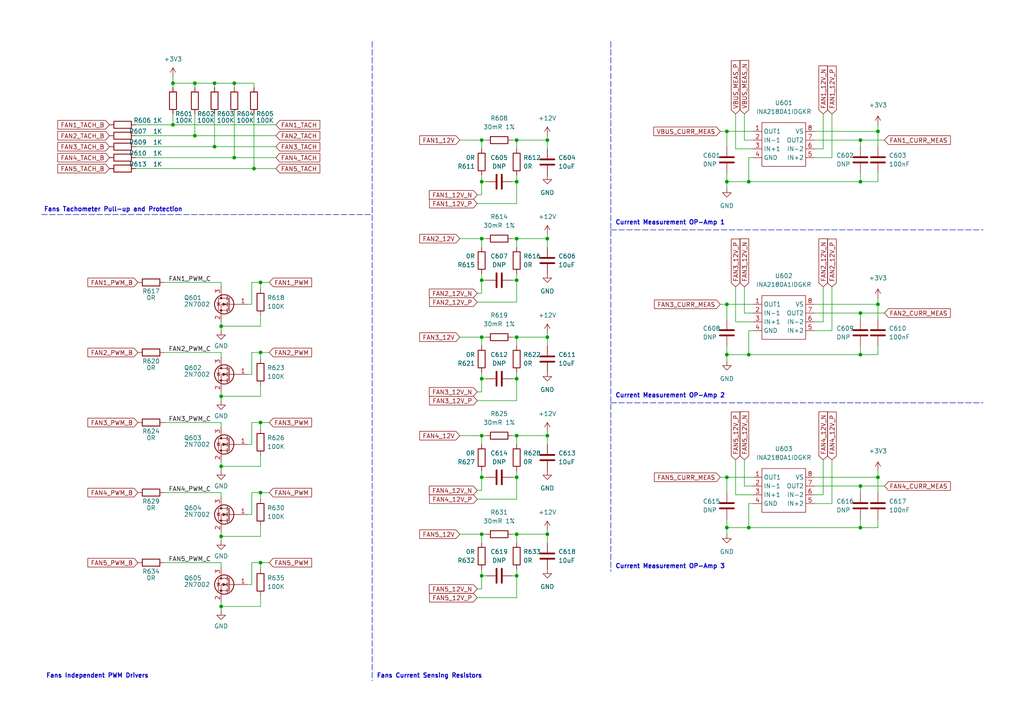
<source format=kicad_sch>
(kicad_sch (version 20211123) (generator eeschema)
  (paper "A4")
  (lib_symbols
    (symbol "Device:C" (pin_numbers hide) (pin_names (offset 0.254))
      (property "Reference" "C" (at 0.635 2.54 0))
      (property "Value" "C" (at 0.635 -2.54 0))
      (symbol "C_0_1"
        (polyline (pts (xy -2.032 -0.762) (xy 2.032 -0.762)) (stroke (width 0.508)))
        (polyline (pts (xy -2.032 0.762) (xy 2.032 0.762)) (stroke (width 0.508)))
      )
      (symbol "C_1_1"
        (pin passive line (at 0 3.81 270) (length 2.794) (name "~") (number "1"))
        (pin passive line (at 0 -3.81 90) (length 2.794) (name "~") (number "2"))
      )
    )
    (symbol "Device:Q_NMOS_GSD" (pin_names (offset 0) hide)
      (property "Reference" "Q" (at 5.08 1.27 0))
      (property "Value" "Q_NMOS_GSD" (at 5.08 -1.27 0))
      (symbol "Q_NMOS_GSD_0_1"
        (polyline (pts (xy 0.254 0) (xy -2.54 0)))
        (polyline (pts (xy 0.254 1.905) (xy 0.254 -1.905)) (stroke (width 0.254)))
        (polyline (pts (xy 0.762 -1.27) (xy 0.762 -2.286)) (stroke (width 0.254)))
        (polyline (pts (xy 0.762 0.508) (xy 0.762 -0.508)) (stroke (width 0.254)))
        (polyline (pts (xy 0.762 2.286) (xy 0.762 1.27)) (stroke (width 0.254)))
        (polyline (pts (xy 2.54 2.54) (xy 2.54 1.778)))
        (polyline (pts (xy 2.54 -2.54) (xy 2.54 0) (xy 0.762 0)))
        (polyline (pts (xy 0.762 -1.778) (xy 3.302 -1.778) (xy 3.302 1.778) (xy 0.762 1.778)))
        (polyline (pts (xy 1.016 0) (xy 2.032 0.381) (xy 2.032 -0.381) (xy 1.016 0)) (fill (type outline)))
        (polyline (pts (xy 2.794 0.508) (xy 2.921 0.381) (xy 3.683 0.381) (xy 3.81 0.254)))
        (polyline (pts (xy 3.302 0.381) (xy 2.921 -0.254) (xy 3.683 -0.254) (xy 3.302 0.381)))
        (circle (center 1.651 0) (radius 2.794) (stroke (width 0.254)))
        (circle (center 2.54 -1.778) (radius 0.254) (fill (type outline)))
        (circle (center 2.54 1.778) (radius 0.254) (fill (type outline)))
      )
      (symbol "Q_NMOS_GSD_1_1"
        (pin input line (at -5.08 0 0) (length 2.54) (name "G") (number "1"))
        (pin passive line (at 2.54 -5.08 90) (length 2.54) (name "S") (number "2"))
        (pin passive line (at 2.54 5.08 270) (length 2.54) (name "D") (number "3"))
      )
    )
    (symbol "Device:R" (pin_numbers hide) (pin_names (offset 0))
      (property "Reference" "R" (at 2.032 0 90))
      (property "Value" "R" (at 0 0 90))
      (symbol "R_0_1"
        (rectangle (start -1.016 -2.54) (end 1.016 2.54) (stroke (width 0.254)))
      )
      (symbol "R_1_1"
        (pin passive line (at 0 3.81 270) (length 1.27) (name "~") (number "1"))
        (pin passive line (at 0 -3.81 90) (length 1.27) (name "~") (number "2"))
      )
    )
    (symbol "fancontroller:INA2180A1IDGKR"
      (property "Reference" "U" (at 0 -11.43 0))
      (property "Value" "INA2180A1IDGKR" (at 0 -8.89 0))
      (property "LCSC" "C2058454" (at 0 -19.05 0))
      (symbol "INA2180A1IDGKR_0_1"
        (rectangle (start -6.35 6.35) (end 6.35 -6.35))
      )
      (symbol "INA2180A1IDGKR_1_1"
        (pin output line (at -8.89 3.81 0) (length 2.54) (name "OUT1") (number "1"))
        (pin input line (at -8.89 1.27 0) (length 2.54) (name "IN-1") (number "2"))
        (pin input line (at -8.89 -1.27 0) (length 2.54) (name "IN+1") (number "3"))
        (pin power_out line (at -8.89 -3.81 0) (length 2.54) (name "GND") (number "4"))
        (pin input line (at 8.89 -3.81 180) (length 2.54) (name "IN+2") (number "5"))
        (pin input line (at 8.89 -1.27 180) (length 2.54) (name "IN-2") (number "6"))
        (pin output line (at 8.89 1.27 180) (length 2.54) (name "OUT2") (number "7"))
        (pin power_in line (at 8.89 3.81 180) (length 2.54) (name "VS") (number "8"))
      )
    )
    (symbol "power:+12V" (power) (pin_names (offset 0))
      (property "Value" "+12V" (at 0 3.556 0))
      (symbol "+12V_0_1"
        (polyline (pts (xy -0.762 1.27) (xy 0 2.54)))
        (polyline (pts (xy 0 0) (xy 0 2.54)))
        (polyline (pts (xy 0 2.54) (xy 0.762 1.27)))
      )
      (symbol "+12V_1_1"
        (pin power_in line (at 0 0 90) (length 0) hide (name "+12V") (number "1"))
      )
    )
    (symbol "power:+3V3" (power) (pin_names (offset 0))
      (property "Value" "+3V3" (at 0 3.556 0))
      (symbol "+3V3_0_1"
        (polyline (pts (xy -0.762 1.27) (xy 0 2.54)))
        (polyline (pts (xy 0 0) (xy 0 2.54)))
        (polyline (pts (xy 0 2.54) (xy 0.762 1.27)))
      )
      (symbol "+3V3_1_1"
        (pin power_in line (at 0 0 90) (length 0) hide (name "+3V3") (number "1"))
      )
    )
    (symbol "power:GND" (power) (pin_names (offset 0))
      (property "Value" "GND" (at 0 -3.81 0))
      (symbol "GND_0_1"
        (polyline (pts (xy 0 0) (xy 0 -1.27) (xy 1.27 -1.27) (xy 0 -2.54) (xy -1.27 -1.27) (xy 0 -1.27)))
      )
      (symbol "GND_1_1"
        (pin power_in line (at 0 0 270) (length 0) hide (name "GND") (number "1"))
      )
    )
  )
  (junction (at 139.7 69.215))
  (junction (at 249.555 90.805))
  (junction (at 158.75 126.365))
  (junction (at 254.635 88.265))
  (junction (at 210.82 38.1))
  (junction (at 64.135 135.255))
  (junction (at 217.17 153.035))
  (junction (at 149.86 154.94))
  (junction (at 64.135 155.575))
  (junction (at 249.555 40.64))
  (junction (at 64.135 114.935))
  (junction (at 249.555 140.97))
  (junction (at 158.75 40.64))
  (junction (at 67.945 45.72))
  (junction (at 139.7 167.005))
  (junction (at 210.82 138.43))
  (junction (at 56.515 39.37))
  (junction (at 139.7 154.94))
  (junction (at 50.165 24.13))
  (junction (at 139.7 52.705))
  (junction (at 254.635 38.1))
  (junction (at 64.135 175.895))
  (junction (at 158.75 154.94))
  (junction (at 75.565 81.915))
  (junction (at 139.7 40.64))
  (junction (at 75.565 142.875))
  (junction (at 139.7 126.365))
  (junction (at 56.515 24.13))
  (junction (at 75.565 122.555))
  (junction (at 67.945 24.13))
  (junction (at 50.165 36.195))
  (junction (at 158.75 97.79))
  (junction (at 149.86 109.855))
  (junction (at 139.7 138.43))
  (junction (at 210.82 153.035))
  (junction (at 210.82 88.265))
  (junction (at 249.555 102.87))
  (junction (at 210.82 52.705))
  (junction (at 210.82 102.87))
  (junction (at 149.86 138.43))
  (junction (at 139.7 97.79))
  (junction (at 62.23 42.545))
  (junction (at 73.66 48.895))
  (junction (at 149.86 97.79))
  (junction (at 149.86 126.365))
  (junction (at 158.75 69.215))
  (junction (at 149.86 81.28))
  (junction (at 139.7 81.28))
  (junction (at 139.7 109.855))
  (junction (at 249.555 153.035))
  (junction (at 217.17 102.87))
  (junction (at 217.17 52.705))
  (junction (at 149.86 52.705))
  (junction (at 62.23 24.13))
  (junction (at 149.86 167.005))
  (junction (at 75.565 102.235))
  (junction (at 149.86 69.215))
  (junction (at 249.555 52.705))
  (junction (at 64.135 94.615))
  (junction (at 149.86 40.64))
  (junction (at 75.565 163.195))
  (junction (at 254.635 138.43))
  (wire (pts (xy 75.565 122.555) (xy 75.565 124.46)))
  (wire (pts (xy 75.565 135.255) (xy 75.565 132.08)))
  (wire (pts (xy 254.635 38.1) (xy 254.635 42.545)))
  (wire (pts (xy 39.37 42.545) (xy 62.23 42.545)))
  (wire (pts (xy 217.17 102.87) (xy 249.555 102.87)))
  (wire (pts (xy 148.59 138.43) (xy 149.86 138.43)))
  (wire (pts (xy 249.555 50.165) (xy 249.555 52.705)))
  (wire (pts (xy 67.945 45.72) (xy 80.01 45.72)))
  (wire (pts (xy 139.7 52.705) (xy 139.7 56.515)))
  (wire (pts (xy 56.515 33.02) (xy 56.515 39.37)))
  (wire (pts (xy 71.755 149.225) (xy 73.025 149.225)))
  (wire (pts (xy 64.135 174.625) (xy 64.135 175.895)))
  (wire (pts (xy 139.7 136.525) (xy 139.7 138.43)))
  (wire (pts (xy 215.9 83.185) (xy 215.9 90.805)))
  (wire (pts (xy 236.22 146.05) (xy 241.3 146.05)))
  (wire (pts (xy 47.625 102.235) (xy 64.135 102.235)))
  (wire (pts (xy 62.23 33.02) (xy 62.23 42.545)))
  (wire (pts (xy 148.59 109.855) (xy 149.86 109.855)))
  (wire (pts (xy 236.22 88.265) (xy 254.635 88.265)))
  (wire (pts (xy 73.025 128.905) (xy 73.025 122.555)))
  (wire (pts (xy 139.7 109.855) (xy 140.97 109.855)))
  (wire (pts (xy 236.22 138.43) (xy 254.635 138.43)))
  (wire (pts (xy 249.555 102.87) (xy 254.635 102.87)))
  (wire (pts (xy 148.59 167.005) (xy 149.86 167.005)))
  (wire (pts (xy 213.36 133.35) (xy 213.36 143.51)))
  (wire (pts (xy 73.025 163.195) (xy 75.565 163.195)))
  (wire (pts (xy 236.22 140.97) (xy 249.555 140.97)))
  (wire (pts (xy 71.755 108.585) (xy 73.025 108.585)))
  (wire (pts (xy 139.7 138.43) (xy 140.97 138.43)))
  (wire (pts (xy 241.3 146.05) (xy 241.3 133.35)))
  (wire (pts (xy 56.515 24.13) (xy 62.23 24.13)))
  (wire (pts (xy 50.165 36.195) (xy 80.01 36.195)))
  (wire (pts (xy 75.565 142.875) (xy 75.565 144.78)))
  (wire (pts (xy 50.165 22.225) (xy 50.165 24.13)))
  (wire (pts (xy 139.7 138.43) (xy 139.7 142.24)))
  (wire (pts (xy 249.555 100.33) (xy 249.555 102.87)))
  (wire (pts (xy 39.37 45.72) (xy 67.945 45.72)))
  (wire (pts (xy 139.7 126.365) (xy 139.7 128.905)))
  (wire (pts (xy 217.17 95.885) (xy 217.17 102.87)))
  (wire (pts (xy 50.165 33.02) (xy 50.165 36.195)))
  (wire (pts (xy 241.3 45.72) (xy 241.3 33.02)))
  (wire (pts (xy 75.565 102.235) (xy 75.565 104.14)))
  (wire (pts (xy 148.59 126.365) (xy 149.86 126.365)))
  (wire (pts (xy 254.635 138.43) (xy 254.635 142.875)))
  (wire (pts (xy 133.35 154.94) (xy 139.7 154.94)))
  (wire (pts (xy 213.36 83.185) (xy 213.36 93.345)))
  (wire (pts (xy 139.7 107.95) (xy 139.7 109.855)))
  (wire (pts (xy 249.555 90.805) (xy 249.555 92.71)))
  (wire (pts (xy 208.915 38.1) (xy 210.82 38.1)))
  (wire (pts (xy 249.555 153.035) (xy 254.635 153.035)))
  (wire (pts (xy 73.025 122.555) (xy 75.565 122.555)))
  (wire (pts (xy 75.565 175.895) (xy 75.565 172.72)))
  (wire (pts (xy 138.43 170.815) (xy 139.7 170.815)))
  (wire (pts (xy 39.37 39.37) (xy 56.515 39.37)))
  (wire (pts (xy 249.555 52.705) (xy 254.635 52.705)))
  (wire (pts (xy 73.025 142.875) (xy 75.565 142.875)))
  (wire (pts (xy 138.43 116.205) (xy 149.86 116.205)))
  (wire (pts (xy 249.555 40.64) (xy 249.555 42.545)))
  (wire (pts (xy 158.75 39.37) (xy 158.75 40.64)))
  (wire (pts (xy 64.135 113.665) (xy 64.135 114.935)))
  (wire (pts (xy 73.025 81.915) (xy 75.565 81.915)))
  (wire (pts (xy 138.43 87.63) (xy 149.86 87.63)))
  (wire (pts (xy 56.515 39.37) (xy 80.01 39.37)))
  (wire (pts (xy 39.37 48.895) (xy 73.66 48.895)))
  (wire (pts (xy 71.755 128.905) (xy 73.025 128.905)))
  (wire (pts (xy 210.82 102.87) (xy 210.82 104.775)))
  (wire (pts (xy 75.565 142.875) (xy 78.105 142.875)))
  (wire (pts (xy 254.635 86.36) (xy 254.635 88.265)))
  (wire (pts (xy 133.35 126.365) (xy 139.7 126.365)))
  (wire (pts (xy 47.625 122.555) (xy 64.135 122.555)))
  (wire (pts (xy 210.82 88.265) (xy 210.82 92.71)))
  (wire (pts (xy 139.7 81.28) (xy 139.7 85.09)))
  (wire (pts (xy 64.135 114.935) (xy 64.135 116.205)))
  (polyline (pts (xy 177.165 12.065) (xy 177.165 165.735)))
  (wire (pts (xy 47.625 81.915) (xy 64.135 81.915)))
  (wire (pts (xy 138.43 59.055) (xy 149.86 59.055)))
  (wire (pts (xy 64.135 81.915) (xy 64.135 83.185)))
  (wire (pts (xy 149.86 107.95) (xy 149.86 109.855)))
  (wire (pts (xy 236.22 45.72) (xy 241.3 45.72)))
  (wire (pts (xy 56.515 24.13) (xy 56.515 25.4)))
  (wire (pts (xy 139.7 109.855) (xy 139.7 113.665)))
  (wire (pts (xy 217.17 45.72) (xy 217.17 52.705)))
  (wire (pts (xy 210.82 38.1) (xy 210.82 42.545)))
  (wire (pts (xy 133.35 97.79) (xy 139.7 97.79)))
  (wire (pts (xy 64.135 122.555) (xy 64.135 123.825)))
  (wire (pts (xy 158.75 97.79) (xy 158.75 100.33)))
  (wire (pts (xy 217.17 52.705) (xy 249.555 52.705)))
  (polyline (pts (xy 12.065 62.23) (xy 107.95 62.23)))
  (wire (pts (xy 149.86 138.43) (xy 149.86 144.78)))
  (wire (pts (xy 149.86 136.525) (xy 149.86 138.43)))
  (wire (pts (xy 213.36 93.345) (xy 218.44 93.345)))
  (wire (pts (xy 236.22 38.1) (xy 254.635 38.1)))
  (wire (pts (xy 254.635 50.165) (xy 254.635 52.705)))
  (wire (pts (xy 149.86 154.94) (xy 158.75 154.94)))
  (wire (pts (xy 64.135 175.895) (xy 64.135 177.165)))
  (wire (pts (xy 149.86 52.705) (xy 149.86 59.055)))
  (wire (pts (xy 138.43 144.78) (xy 149.86 144.78)))
  (wire (pts (xy 50.165 24.13) (xy 56.515 24.13)))
  (wire (pts (xy 254.635 36.195) (xy 254.635 38.1)))
  (wire (pts (xy 64.135 135.255) (xy 75.565 135.255)))
  (wire (pts (xy 138.43 113.665) (xy 139.7 113.665)))
  (wire (pts (xy 158.75 125.095) (xy 158.75 126.365)))
  (wire (pts (xy 217.17 45.72) (xy 218.44 45.72)))
  (wire (pts (xy 158.75 40.64) (xy 158.75 43.18)))
  (wire (pts (xy 217.17 95.885) (xy 218.44 95.885)))
  (wire (pts (xy 64.135 155.575) (xy 75.565 155.575)))
  (wire (pts (xy 158.75 69.215) (xy 158.75 71.755)))
  (wire (pts (xy 148.59 69.215) (xy 149.86 69.215)))
  (wire (pts (xy 217.17 146.05) (xy 218.44 146.05)))
  (wire (pts (xy 210.82 102.87) (xy 217.17 102.87)))
  (polyline (pts (xy 107.95 12.065) (xy 107.95 197.485)))
  (wire (pts (xy 133.35 69.215) (xy 139.7 69.215)))
  (polyline (pts (xy 177.165 116.84) (xy 285.115 116.84)))
  (wire (pts (xy 149.86 40.64) (xy 158.75 40.64)))
  (wire (pts (xy 210.82 153.035) (xy 217.17 153.035)))
  (wire (pts (xy 215.9 33.02) (xy 215.9 40.64)))
  (wire (pts (xy 210.82 153.035) (xy 210.82 154.94)))
  (wire (pts (xy 139.7 69.215) (xy 140.97 69.215)))
  (wire (pts (xy 149.86 165.1) (xy 149.86 167.005)))
  (wire (pts (xy 73.025 108.585) (xy 73.025 102.235)))
  (wire (pts (xy 213.36 33.02) (xy 213.36 43.18)))
  (wire (pts (xy 64.135 94.615) (xy 64.135 95.885)))
  (wire (pts (xy 64.135 155.575) (xy 64.135 156.845)))
  (wire (pts (xy 249.555 140.97) (xy 249.555 142.875)))
  (wire (pts (xy 148.59 81.28) (xy 149.86 81.28)))
  (wire (pts (xy 254.635 100.33) (xy 254.635 102.87)))
  (wire (pts (xy 75.565 102.235) (xy 78.105 102.235)))
  (wire (pts (xy 75.565 114.935) (xy 75.565 111.76)))
  (wire (pts (xy 158.75 154.94) (xy 158.75 157.48)))
  (wire (pts (xy 249.555 40.64) (xy 256.54 40.64)))
  (wire (pts (xy 64.135 114.935) (xy 75.565 114.935)))
  (wire (pts (xy 75.565 81.915) (xy 75.565 83.82)))
  (wire (pts (xy 149.86 69.215) (xy 158.75 69.215)))
  (wire (pts (xy 71.755 169.545) (xy 73.025 169.545)))
  (wire (pts (xy 158.75 126.365) (xy 158.75 128.905)))
  (wire (pts (xy 139.7 69.215) (xy 139.7 71.755)))
  (wire (pts (xy 149.86 97.79) (xy 158.75 97.79)))
  (wire (pts (xy 139.7 81.28) (xy 140.97 81.28)))
  (wire (pts (xy 62.23 24.13) (xy 62.23 25.4)))
  (wire (pts (xy 149.86 126.365) (xy 158.75 126.365)))
  (wire (pts (xy 210.82 100.33) (xy 210.82 102.87)))
  (wire (pts (xy 73.66 48.895) (xy 80.01 48.895)))
  (wire (pts (xy 75.565 155.575) (xy 75.565 152.4)))
  (wire (pts (xy 149.86 97.79) (xy 149.86 100.33)))
  (wire (pts (xy 39.37 36.195) (xy 50.165 36.195)))
  (wire (pts (xy 139.7 167.005) (xy 139.7 170.815)))
  (wire (pts (xy 254.635 136.525) (xy 254.635 138.43)))
  (wire (pts (xy 215.9 90.805) (xy 218.44 90.805)))
  (wire (pts (xy 249.555 140.97) (xy 256.54 140.97)))
  (wire (pts (xy 215.9 140.97) (xy 218.44 140.97)))
  (wire (pts (xy 139.7 79.375) (xy 139.7 81.28)))
  (wire (pts (xy 73.025 149.225) (xy 73.025 142.875)))
  (wire (pts (xy 238.76 43.18) (xy 238.76 33.02)))
  (wire (pts (xy 139.7 165.1) (xy 139.7 167.005)))
  (wire (pts (xy 158.75 67.945) (xy 158.75 69.215)))
  (wire (pts (xy 210.82 88.265) (xy 218.44 88.265)))
  (wire (pts (xy 148.59 40.64) (xy 149.86 40.64)))
  (wire (pts (xy 241.3 95.885) (xy 241.3 83.185)))
  (wire (pts (xy 213.36 43.18) (xy 218.44 43.18)))
  (wire (pts (xy 75.565 94.615) (xy 75.565 91.44)))
  (wire (pts (xy 158.75 153.67) (xy 158.75 154.94)))
  (wire (pts (xy 73.66 33.02) (xy 73.66 48.895)))
  (wire (pts (xy 213.36 143.51) (xy 218.44 143.51)))
  (wire (pts (xy 210.82 52.705) (xy 210.82 54.61)))
  (wire (pts (xy 73.025 102.235) (xy 75.565 102.235)))
  (wire (pts (xy 149.86 40.64) (xy 149.86 43.18)))
  (wire (pts (xy 64.135 163.195) (xy 64.135 164.465)))
  (wire (pts (xy 149.86 167.005) (xy 149.86 173.355)))
  (wire (pts (xy 149.86 50.8) (xy 149.86 52.705)))
  (wire (pts (xy 210.82 138.43) (xy 218.44 138.43)))
  (wire (pts (xy 67.945 24.13) (xy 73.66 24.13)))
  (wire (pts (xy 215.9 133.35) (xy 215.9 140.97)))
  (wire (pts (xy 149.86 79.375) (xy 149.86 81.28)))
  (wire (pts (xy 138.43 85.09) (xy 139.7 85.09)))
  (wire (pts (xy 47.625 163.195) (xy 64.135 163.195)))
  (wire (pts (xy 139.7 126.365) (xy 140.97 126.365)))
  (wire (pts (xy 238.76 93.345) (xy 238.76 83.185)))
  (wire (pts (xy 210.82 52.705) (xy 217.17 52.705)))
  (wire (pts (xy 71.755 88.265) (xy 73.025 88.265)))
  (wire (pts (xy 148.59 97.79) (xy 149.86 97.79)))
  (wire (pts (xy 236.22 143.51) (xy 238.76 143.51)))
  (wire (pts (xy 64.135 175.895) (xy 75.565 175.895)))
  (wire (pts (xy 64.135 102.235) (xy 64.135 103.505)))
  (wire (pts (xy 62.23 42.545) (xy 80.01 42.545)))
  (wire (pts (xy 249.555 150.495) (xy 249.555 153.035)))
  (wire (pts (xy 139.7 40.64) (xy 139.7 43.18)))
  (wire (pts (xy 210.82 38.1) (xy 218.44 38.1)))
  (wire (pts (xy 73.025 88.265) (xy 73.025 81.915)))
  (wire (pts (xy 73.66 24.13) (xy 73.66 25.4)))
  (wire (pts (xy 149.86 154.94) (xy 149.86 157.48)))
  (wire (pts (xy 75.565 163.195) (xy 78.105 163.195)))
  (wire (pts (xy 236.22 40.64) (xy 249.555 40.64)))
  (wire (pts (xy 62.23 24.13) (xy 67.945 24.13)))
  (wire (pts (xy 64.135 135.255) (xy 64.135 136.525)))
  (wire (pts (xy 249.555 90.805) (xy 256.54 90.805)))
  (wire (pts (xy 149.86 69.215) (xy 149.86 71.755)))
  (wire (pts (xy 139.7 154.94) (xy 139.7 157.48)))
  (wire (pts (xy 254.635 150.495) (xy 254.635 153.035)))
  (wire (pts (xy 149.86 81.28) (xy 149.86 87.63)))
  (wire (pts (xy 238.76 143.51) (xy 238.76 133.35)))
  (wire (pts (xy 133.35 40.64) (xy 139.7 40.64)))
  (wire (pts (xy 67.945 24.13) (xy 67.945 25.4)))
  (wire (pts (xy 139.7 97.79) (xy 140.97 97.79)))
  (wire (pts (xy 236.22 93.345) (xy 238.76 93.345)))
  (wire (pts (xy 139.7 154.94) (xy 140.97 154.94)))
  (wire (pts (xy 138.43 173.355) (xy 149.86 173.355)))
  (wire (pts (xy 236.22 95.885) (xy 241.3 95.885)))
  (wire (pts (xy 148.59 154.94) (xy 149.86 154.94)))
  (wire (pts (xy 254.635 88.265) (xy 254.635 92.71)))
  (wire (pts (xy 67.945 33.02) (xy 67.945 45.72)))
  (wire (pts (xy 75.565 163.195) (xy 75.565 165.1)))
  (wire (pts (xy 215.9 40.64) (xy 218.44 40.64)))
  (wire (pts (xy 217.17 146.05) (xy 217.17 153.035)))
  (wire (pts (xy 149.86 126.365) (xy 149.86 128.905)))
  (wire (pts (xy 73.025 169.545) (xy 73.025 163.195)))
  (wire (pts (xy 138.43 56.515) (xy 139.7 56.515)))
  (wire (pts (xy 158.75 96.52) (xy 158.75 97.79)))
  (wire (pts (xy 139.7 40.64) (xy 140.97 40.64)))
  (wire (pts (xy 210.82 138.43) (xy 210.82 142.875)))
  (wire (pts (xy 149.86 109.855) (xy 149.86 116.205)))
  (wire (pts (xy 208.915 88.265) (xy 210.82 88.265)))
  (wire (pts (xy 210.82 50.165) (xy 210.82 52.705)))
  (wire (pts (xy 75.565 81.915) (xy 78.105 81.915)))
  (wire (pts (xy 139.7 52.705) (xy 140.97 52.705)))
  (wire (pts (xy 210.82 150.495) (xy 210.82 153.035)))
  (wire (pts (xy 217.17 153.035) (xy 249.555 153.035)))
  (wire (pts (xy 138.43 142.24) (xy 139.7 142.24)))
  (wire (pts (xy 139.7 167.005) (xy 140.97 167.005)))
  (wire (pts (xy 148.59 52.705) (xy 149.86 52.705)))
  (wire (pts (xy 64.135 93.345) (xy 64.135 94.615)))
  (polyline (pts (xy 177.165 66.675) (xy 285.115 66.675)))
  (wire (pts (xy 139.7 97.79) (xy 139.7 100.33)))
  (wire (pts (xy 236.22 43.18) (xy 238.76 43.18)))
  (wire (pts (xy 236.22 90.805) (xy 249.555 90.805)))
  (wire (pts (xy 64.135 154.305) (xy 64.135 155.575)))
  (wire (pts (xy 64.135 94.615) (xy 75.565 94.615)))
  (wire (pts (xy 64.135 142.875) (xy 64.135 144.145)))
  (wire (pts (xy 208.915 138.43) (xy 210.82 138.43)))
  (wire (pts (xy 47.625 142.875) (xy 64.135 142.875)))
  (wire (pts (xy 75.565 122.555) (xy 78.105 122.555)))
  (wire (pts (xy 139.7 50.8) (xy 139.7 52.705)))
  (wire (pts (xy 50.165 24.13) (xy 50.165 25.4)))
  (wire (pts (xy 64.135 133.985) (xy 64.135 135.255)))
  (text "Current Measurement OP-Amp 3" (at 178.435 165.1 0) (effects (font (size 1.27 1.27) bold) (justify left bottom)))
  (text "Fans Independent PWM Drivers" (at 13.335 196.85 0) (effects (font (size 1.27 1.27) bold) (justify left bottom)))
  (text "Current Measurement OP-Amp 1" (at 178.435 65.405 0) (effects (font (size 1.27 1.27) bold) (justify left bottom)))
  (text "Fans Current Sensing Resistors" (at 109.22 196.85 0) (effects (font (size 1.27 1.27) bold) (justify left bottom)))
  (text "Fans Tachometer Pull-up and Protection" (at 12.7 61.595 0) (effects (font (size 1.27 1.27) bold) (justify left bottom)))
  (text "Current Measurement OP-Amp 2" (at 178.435 115.57 0) (effects (font (size 1.27 1.27) bold) (justify left bottom)))
  (label "FAN2_PWM_C" (at 48.895 102.235 0))
  (label "FAN3_PWM_C" (at 48.895 122.555 0))
  (label "FAN4_PWM_C" (at 48.895 142.875 0))
  (label "FAN1_PWM_C" (at 48.895 81.915 0))
  (label "FAN5_PWM_C" (at 48.895 163.195 0))
  (global_label "FAN4_12V" (shape input) (at 133.35 126.365 180) (property "Intersheet References" "${INTERSHEET_REFS}" (at 121.7445 126.2856 0) (effects (justify right))))
  (global_label "FAN5_12V" (shape input) (at 133.35 154.94 180) (property "Intersheet References" "${INTERSHEET_REFS}" (at 121.7445 154.8606 0) (effects (justify right))))
  (global_label "VBUS_MEAS_N" (shape input) (at 215.9 33.02 90) (property "Intersheet References" "${INTERSHEET_REFS}" (at 215.8206 17.544 90) (effects (justify left))))
  (global_label "FAN4_PWM" (shape input) (at 78.105 142.875 0) (property "Intersheet References" "${INTERSHEET_REFS}" (at 90.3757 142.7956 0) (effects (justify left))))
  (global_label "FAN5_TACH" (shape input) (at 80.01 48.895 0) (property "Intersheet References" "${INTERSHEET_REFS}" (at 92.7645 48.8156 0) (effects (justify left))))
  (global_label "FAN3_12V_P" (shape input) (at 138.43 116.205 180) (property "Intersheet References" "${INTERSHEET_REFS}" (at 124.5869 116.1256 0) (effects (justify right))))
  (global_label "FAN4_TACH" (shape input) (at 80.01 45.72 0) (property "Intersheet References" "${INTERSHEET_REFS}" (at 92.7645 45.6406 0) (effects (justify left))))
  (global_label "FAN5_12V_N" (shape input) (at 215.9 133.35 90) (property "Intersheet References" "${INTERSHEET_REFS}" (at 215.8206 119.4464 90) (effects (justify left))))
  (global_label "FAN3_TACH" (shape input) (at 80.01 42.545 0) (property "Intersheet References" "${INTERSHEET_REFS}" (at 92.7645 42.4656 0) (effects (justify left))))
  (global_label "FAN2_CURR_MEAS" (shape input) (at 256.54 90.805 0) (property "Intersheet References" "${INTERSHEET_REFS}" (at 275.6445 90.7256 0) (effects (justify left))))
  (global_label "FAN2_TACH_B" (shape input) (at 31.75 39.37 180) (property "Intersheet References" "${INTERSHEET_REFS}" (at 16.7579 39.2906 0) (effects (justify right))))
  (global_label "FAN1_12V_P" (shape input) (at 241.3 33.02 90) (property "Intersheet References" "${INTERSHEET_REFS}" (at 241.3794 19.1769 90) (effects (justify left))))
  (global_label "FAN5_12V_P" (shape input) (at 213.36 133.35 90) (property "Intersheet References" "${INTERSHEET_REFS}" (at 213.2806 119.5069 90) (effects (justify left))))
  (global_label "FAN1_12V_N" (shape input) (at 138.43 56.515 180) (property "Intersheet References" "${INTERSHEET_REFS}" (at 124.5264 56.4356 0) (effects (justify right))))
  (global_label "FAN1_CURR_MEAS" (shape input) (at 256.54 40.64 0) (property "Intersheet References" "${INTERSHEET_REFS}" (at 275.6445 40.7194 0) (effects (justify left))))
  (global_label "FAN4_PWM_B" (shape input) (at 40.005 142.875 180) (property "Intersheet References" "${INTERSHEET_REFS}" (at 25.4967 142.7956 0) (effects (justify right))))
  (global_label "FAN2_12V_N" (shape input) (at 138.43 85.09 180) (property "Intersheet References" "${INTERSHEET_REFS}" (at 124.5264 85.0106 0) (effects (justify right))))
  (global_label "FAN4_12V_P" (shape input) (at 138.43 144.78 180) (property "Intersheet References" "${INTERSHEET_REFS}" (at 124.5869 144.7006 0) (effects (justify right))))
  (global_label "FAN1_TACH" (shape input) (at 80.01 36.195 0) (property "Intersheet References" "${INTERSHEET_REFS}" (at 92.7645 36.1156 0) (effects (justify left))))
  (global_label "FAN3_CURR_MEAS" (shape input) (at 208.915 88.265 180) (property "Intersheet References" "${INTERSHEET_REFS}" (at 189.8105 88.1856 0) (effects (justify right))))
  (global_label "FAN2_12V_N" (shape input) (at 238.76 83.185 90) (property "Intersheet References" "${INTERSHEET_REFS}" (at 238.6806 69.2814 90) (effects (justify left))))
  (global_label "FAN2_12V_P" (shape input) (at 138.43 87.63 180) (property "Intersheet References" "${INTERSHEET_REFS}" (at 124.5869 87.5506 0) (effects (justify right))))
  (global_label "FAN5_PWM" (shape input) (at 78.105 163.195 0) (property "Intersheet References" "${INTERSHEET_REFS}" (at 90.3757 163.1156 0) (effects (justify left))))
  (global_label "FAN2_12V_P" (shape input) (at 241.3 83.185 90) (property "Intersheet References" "${INTERSHEET_REFS}" (at 241.2206 69.3419 90) (effects (justify left))))
  (global_label "FAN3_12V" (shape input) (at 133.35 97.79 180) (property "Intersheet References" "${INTERSHEET_REFS}" (at 121.7445 97.7106 0) (effects (justify right))))
  (global_label "FAN3_12V_N" (shape input) (at 138.43 113.665 180) (property "Intersheet References" "${INTERSHEET_REFS}" (at 124.5264 113.5856 0) (effects (justify right))))
  (global_label "FAN4_12V_N" (shape input) (at 238.76 133.35 90) (property "Intersheet References" "${INTERSHEET_REFS}" (at 238.6806 119.4464 90) (effects (justify left))))
  (global_label "FAN2_TACH" (shape input) (at 80.01 39.37 0) (property "Intersheet References" "${INTERSHEET_REFS}" (at 92.7645 39.2906 0) (effects (justify left))))
  (global_label "FAN3_PWM" (shape input) (at 78.105 122.555 0) (property "Intersheet References" "${INTERSHEET_REFS}" (at 90.3757 122.4756 0) (effects (justify left))))
  (global_label "FAN1_12V_P" (shape input) (at 138.43 59.055 180) (property "Intersheet References" "${INTERSHEET_REFS}" (at 124.5869 58.9756 0) (effects (justify right))))
  (global_label "FAN1_PWM_B" (shape input) (at 40.005 81.915 180) (property "Intersheet References" "${INTERSHEET_REFS}" (at 25.4967 81.9944 0) (effects (justify right))))
  (global_label "FAN3_PWM_B" (shape input) (at 40.005 122.555 180) (property "Intersheet References" "${INTERSHEET_REFS}" (at 25.4967 122.4756 0) (effects (justify right))))
  (global_label "FAN2_PWM_B" (shape input) (at 40.005 102.235 180) (property "Intersheet References" "${INTERSHEET_REFS}" (at 25.4967 102.1556 0) (effects (justify right))))
  (global_label "FAN1_PWM" (shape input) (at 78.105 81.915 0) (property "Intersheet References" "${INTERSHEET_REFS}" (at 90.3757 81.8356 0) (effects (justify left))))
  (global_label "FAN4_12V_P" (shape input) (at 241.3 133.35 90) (property "Intersheet References" "${INTERSHEET_REFS}" (at 241.2206 119.5069 90) (effects (justify left))))
  (global_label "FAN5_12V_P" (shape input) (at 138.43 173.355 180) (property "Intersheet References" "${INTERSHEET_REFS}" (at 124.5869 173.2756 0) (effects (justify right))))
  (global_label "FAN3_TACH_B" (shape input) (at 31.75 42.545 180) (property "Intersheet References" "${INTERSHEET_REFS}" (at 16.7579 42.4656 0) (effects (justify right))))
  (global_label "VBUS_MEAS_P" (shape input) (at 213.36 33.02 90) (property "Intersheet References" "${INTERSHEET_REFS}" (at 213.4394 17.6045 90) (effects (justify left))))
  (global_label "FAN1_12V_N" (shape input) (at 238.76 33.02 90) (property "Intersheet References" "${INTERSHEET_REFS}" (at 238.8394 19.1164 90) (effects (justify left))))
  (global_label "FAN5_CURR_MEAS" (shape input) (at 208.915 138.43 180) (property "Intersheet References" "${INTERSHEET_REFS}" (at 189.8105 138.3506 0) (effects (justify right))))
  (global_label "VBUS_CURR_MEAS" (shape input) (at 208.915 38.1 180) (property "Intersheet References" "${INTERSHEET_REFS}" (at 189.629 38.0206 0) (effects (justify right))))
  (global_label "FAN1_TACH_B" (shape input) (at 31.75 36.195 180) (property "Intersheet References" "${INTERSHEET_REFS}" (at 16.7579 36.2744 0) (effects (justify right))))
  (global_label "FAN4_CURR_MEAS" (shape input) (at 256.54 140.97 0) (property "Intersheet References" "${INTERSHEET_REFS}" (at 275.6445 140.8906 0) (effects (justify left))))
  (global_label "FAN3_12V_N" (shape input) (at 215.9 83.185 90) (property "Intersheet References" "${INTERSHEET_REFS}" (at 215.8206 69.2814 90) (effects (justify left))))
  (global_label "FAN4_12V_N" (shape input) (at 138.43 142.24 180) (property "Intersheet References" "${INTERSHEET_REFS}" (at 124.5264 142.1606 0) (effects (justify right))))
  (global_label "FAN4_TACH_B" (shape input) (at 31.75 45.72 180) (property "Intersheet References" "${INTERSHEET_REFS}" (at 16.7579 45.6406 0) (effects (justify right))))
  (global_label "FAN2_PWM" (shape input) (at 78.105 102.235 0) (property "Intersheet References" "${INTERSHEET_REFS}" (at 90.3757 102.1556 0) (effects (justify left))))
  (global_label "FAN5_TACH_B" (shape input) (at 31.75 48.895 180) (property "Intersheet References" "${INTERSHEET_REFS}" (at 16.7579 48.8156 0) (effects (justify right))))
  (global_label "FAN5_PWM_B" (shape input) (at 40.005 163.195 180) (property "Intersheet References" "${INTERSHEET_REFS}" (at 25.4967 163.1156 0) (effects (justify right))))
  (global_label "FAN5_12V_N" (shape input) (at 138.43 170.815 180) (property "Intersheet References" "${INTERSHEET_REFS}" (at 124.5264 170.7356 0) (effects (justify right))))
  (global_label "FAN2_12V" (shape input) (at 133.35 69.215 180) (property "Intersheet References" "${INTERSHEET_REFS}" (at 121.7445 69.1356 0) (effects (justify right))))
  (global_label "FAN3_12V_P" (shape input) (at 213.36 83.185 90) (property "Intersheet References" "${INTERSHEET_REFS}" (at 213.2806 69.3419 90) (effects (justify left))))
  (global_label "FAN1_12V" (shape input) (at 133.35 40.64 180) (property "Intersheet References" "${INTERSHEET_REFS}" (at 121.7445 40.7194 0) (effects (justify right))))
  (symbol (lib_id "Device:R") (at 67.945 29.21 180) (unit 1)
    (property "Reference" "R604" (at 68.58 33.02 0) (effects (justify right)))
    (property "Value" "100K" (at 68.58 34.925 0) (effects (justify right)))
    (property "Footprint" "Resistor_SMD:R_0402_1005Metric" (effects hide))
    (property "LCSC" "C25741" (effects hide))
  )
  (symbol (lib_id "Device:R") (at 75.565 148.59 180) (unit 1)
    (property "Reference" "R630" (at 77.47 147.3199 0) (effects (justify right)))
    (property "Value" "100K" (at 77.47 149.8599 0) (effects (justify right)))
    (property "Footprint" "Resistor_SMD:R_0402_1005Metric" (effects hide))
    (property "LCSC" "C25741" (effects hide))
  )
  (symbol (lib_id "power:GND") (at 210.82 54.61 0) (unit 1)
    (property "Reference" "#PWR0605" (effects hide))
    (property "Value" "GND" (at 210.82 59.69 0))
  )
  (symbol (lib_id "Device:R") (at 75.565 107.95 180) (unit 1)
    (property "Reference" "R623" (at 77.47 106.6799 0) (effects (justify right)))
    (property "Value" "100K" (at 77.47 109.2199 0) (effects (justify right)))
    (property "Footprint" "Resistor_SMD:R_0402_1005Metric" (effects hide))
    (property "LCSC" "C25741" (effects hide))
  )
  (symbol (lib_id "power:+12V") (at 158.75 67.945 0) (unit 1)
    (property "Reference" "#PWR0606" (effects hide))
    (property "Value" "+12V" (at 158.75 62.865 0))
  )
  (symbol (lib_id "Device:C") (at 254.635 96.52 0) (unit 1)
    (property "Reference" "C610" (at 257.81 95.25 0) (effects (justify left)))
    (property "Value" "100nF" (at 257.81 97.79 0) (effects (justify left)))
    (property "Footprint" "Capacitor_SMD:C_0402_1005Metric" (effects hide))
    (property "LCSC" "C307331" (effects hide))
  )
  (symbol (lib_id "Device:C") (at 144.78 167.005 90) (unit 1) (in_bom no)
    (property "Reference" "C619" (at 144.78 160.02 90))
    (property "Value" "DNP" (at 144.78 162.56 90))
    (property "Footprint" "Capacitor_SMD:C_0402_1005Metric" (effects hide))
  )
  (symbol (lib_id "Device:Q_NMOS_GSD") (at 66.675 149.225 0) (mirror y) (unit 1)
    (property "Reference" "Q604" (at 53.34 147.32 0) (effects (justify right)))
    (property "Value" "2N7002" (at 53.34 149.225 0) (effects (justify right)))
    (property "Footprint" "Package_TO_SOT_SMD:SOT-23" (effects hide))
    (property "LCSC" "C8545" (effects hide))
  )
  (symbol (lib_id "Device:R") (at 43.815 163.195 90) (unit 1)
    (property "Reference" "R634" (at 43.815 165.735 90))
    (property "Value" "0R" (at 43.815 167.64 90))
    (property "Footprint" "Resistor_SMD:R_0402_1005Metric" (effects hide))
    (property "LCSC" "C17168" (effects hide))
  )
  (symbol (lib_id "Device:R") (at 149.86 132.715 180) (unit 1)
    (property "Reference" "R628" (at 151.765 131.445 0) (effects (justify right)))
    (property "Value" "0R" (at 151.765 133.985 0) (effects (justify right)))
    (property "Footprint" "Resistor_SMD:R_0402_1005Metric" (effects hide))
    (property "LCSC" "C17168" (effects hide))
  )
  (symbol (lib_id "Device:R") (at 43.815 102.235 90) (unit 1)
    (property "Reference" "R620" (at 43.815 104.775 90))
    (property "Value" "0R" (at 43.815 106.68 90))
    (property "Footprint" "Resistor_SMD:R_0402_1005Metric" (effects hide))
    (property "LCSC" "C17168" (effects hide))
  )
  (symbol (lib_id "Device:R") (at 43.815 142.875 90) (unit 1)
    (property "Reference" "R629" (at 43.815 145.415 90))
    (property "Value" "0R" (at 43.815 147.32 90))
    (property "Footprint" "Resistor_SMD:R_0402_1005Metric" (effects hide))
    (property "LCSC" "C17168" (effects hide))
  )
  (symbol (lib_id "Device:R") (at 35.56 39.37 90) (unit 1)
    (property "Reference" "R607" (at 40.005 38.1 90))
    (property "Value" "1K" (at 45.72 38.1 90))
    (property "Footprint" "Resistor_SMD:R_0402_1005Metric" (effects hide))
    (property "LCSC" "C11702" (effects hide))
  )
  (symbol (lib_id "power:GND") (at 210.82 104.775 0) (unit 1)
    (property "Reference" "#PWR0611" (effects hide))
    (property "Value" "GND" (at 210.82 109.855 0))
  )
  (symbol (lib_id "Device:R") (at 43.815 122.555 90) (unit 1)
    (property "Reference" "R624" (at 43.815 125.095 90))
    (property "Value" "0R" (at 43.815 127 90))
    (property "Footprint" "Resistor_SMD:R_0402_1005Metric" (effects hide))
    (property "LCSC" "C17168" (effects hide))
  )
  (symbol (lib_id "Device:C") (at 249.555 146.685 0) (unit 1) (in_bom no)
    (property "Reference" "C616" (at 242.57 145.415 0) (effects (justify left)))
    (property "Value" "DNP" (at 242.57 147.955 0) (effects (justify left)))
    (property "Footprint" "Capacitor_SMD:C_0402_1005Metric" (effects hide))
  )
  (symbol (lib_id "Device:C") (at 254.635 146.685 0) (unit 1)
    (property "Reference" "C617" (at 257.81 145.415 0) (effects (justify left)))
    (property "Value" "100nF" (at 257.81 147.955 0) (effects (justify left)))
    (property "Footprint" "Capacitor_SMD:C_0402_1005Metric" (effects hide))
    (property "LCSC" "C307331" (effects hide))
  )
  (symbol (lib_id "Device:R") (at 149.86 161.29 180) (unit 1)
    (property "Reference" "R633" (at 151.765 160.02 0) (effects (justify right)))
    (property "Value" "0R" (at 151.765 162.56 0) (effects (justify right)))
    (property "Footprint" "Resistor_SMD:R_0402_1005Metric" (effects hide))
    (property "LCSC" "C17168" (effects hide))
  )
  (symbol (lib_id "Device:R") (at 139.7 132.715 0) (unit 1)
    (property "Reference" "R627" (at 137.795 133.985 0) (effects (justify right)))
    (property "Value" "0R" (at 137.795 131.445 0) (effects (justify right)))
    (property "Footprint" "Resistor_SMD:R_0402_1005Metric" (effects hide))
    (property "LCSC" "C17168" (effects hide))
  )
  (symbol (lib_id "Device:Q_NMOS_GSD") (at 66.675 169.545 0) (mirror y) (unit 1)
    (property "Reference" "Q605" (at 53.34 167.64 0) (effects (justify right)))
    (property "Value" "2N7002" (at 53.34 169.545 0) (effects (justify right)))
    (property "Footprint" "Package_TO_SOT_SMD:SOT-23" (effects hide))
    (property "LCSC" "C8545" (effects hide))
  )
  (symbol (lib_id "power:GND") (at 158.75 136.525 0) (unit 1)
    (property "Reference" "#PWR0616" (effects hide))
    (property "Value" "GND" (at 158.75 141.605 0))
  )
  (symbol (lib_id "Device:R") (at 144.78 69.215 270) (unit 1)
    (property "Reference" "R614" (at 144.78 62.865 90))
    (property "Value" "30mR 1%" (at 144.78 65.405 90))
    (property "Footprint" "Resistor_SMD:R_0805_2012Metric" (effects hide))
    (property "LCSC" "C247605" (effects hide))
  )
  (symbol (lib_id "Device:R") (at 75.565 128.27 180) (unit 1)
    (property "Reference" "R626" (at 77.47 126.9999 0) (effects (justify right)))
    (property "Value" "100K" (at 77.47 129.5399 0) (effects (justify right)))
    (property "Footprint" "Resistor_SMD:R_0402_1005Metric" (effects hide))
    (property "LCSC" "C25741" (effects hide))
  )
  (symbol (lib_id "power:GND") (at 158.75 50.8 0) (unit 1)
    (property "Reference" "#PWR0604" (effects hide))
    (property "Value" "GND" (at 158.75 55.88 0))
  )
  (symbol (lib_id "Device:R") (at 139.7 75.565 0) (unit 1)
    (property "Reference" "R615" (at 137.795 76.835 0) (effects (justify right)))
    (property "Value" "0R" (at 137.795 74.295 0) (effects (justify right)))
    (property "Footprint" "Resistor_SMD:R_0402_1005Metric" (effects hide))
    (property "LCSC" "C17168" (effects hide))
  )
  (symbol (lib_id "Device:R") (at 144.78 154.94 270) (unit 1)
    (property "Reference" "R631" (at 144.78 148.59 90))
    (property "Value" "30mR 1%" (at 144.78 151.13 90))
    (property "Footprint" "Resistor_SMD:R_0805_2012Metric" (effects hide))
    (property "LCSC" "C247605" (effects hide))
  )
  (symbol (lib_id "power:GND") (at 64.135 95.885 0) (unit 1)
    (property "Reference" "#PWR0609" (effects hide))
    (property "Value" "GND" (at 64.135 100.33 0))
  )
  (symbol (lib_id "Device:R") (at 139.7 46.99 0) (unit 1)
    (property "Reference" "R611" (at 137.795 48.26 0) (effects (justify right)))
    (property "Value" "0R" (at 137.795 45.72 0) (effects (justify right)))
    (property "Footprint" "Resistor_SMD:R_0402_1005Metric" (effects hide))
    (property "LCSC" "C17168" (effects hide))
  )
  (symbol (lib_id "power:GND") (at 64.135 116.205 0) (unit 1)
    (property "Reference" "#PWR0613" (effects hide))
    (property "Value" "GND" (at 64.135 120.65 0))
  )
  (symbol (lib_id "power:+12V") (at 158.75 125.095 0) (unit 1)
    (property "Reference" "#PWR0614" (effects hide))
    (property "Value" "+12V" (at 158.75 120.015 0))
  )
  (symbol (lib_id "Device:R") (at 149.86 104.14 180) (unit 1)
    (property "Reference" "R622" (at 151.765 102.87 0) (effects (justify right)))
    (property "Value" "0R" (at 151.765 105.41 0) (effects (justify right)))
    (property "Footprint" "Resistor_SMD:R_0402_1005Metric" (effects hide))
    (property "LCSC" "C17168" (effects hide))
  )
  (symbol (lib_id "Device:C") (at 254.635 46.355 0) (unit 1)
    (property "Reference" "C603" (at 257.81 45.085 0) (effects (justify left)))
    (property "Value" "100nF" (at 257.81 47.625 0) (effects (justify left)))
    (property "Footprint" "Capacitor_SMD:C_0402_1005Metric" (effects hide))
    (property "LCSC" "C307331" (effects hide))
  )
  (symbol (lib_id "Device:R") (at 144.78 126.365 270) (unit 1)
    (property "Reference" "R625" (at 144.78 120.015 90))
    (property "Value" "30mR 1%" (at 144.78 122.555 90))
    (property "Footprint" "Resistor_SMD:R_0805_2012Metric" (effects hide))
    (property "LCSC" "C247605" (effects hide))
  )
  (symbol (lib_id "power:+3V3") (at 254.635 136.525 0) (unit 1)
    (property "Reference" "#PWR0617" (effects hide))
    (property "Value" "+3V3" (at 254.635 130.81 0))
  )
  (symbol (lib_id "power:GND") (at 210.82 154.94 0) (unit 1)
    (property "Reference" "#PWR0619" (effects hide))
    (property "Value" "GND" (at 210.82 160.02 0))
  )
  (symbol (lib_id "fancontroller:INA2180A1IDGKR") (at 227.33 41.91 0) (unit 1)
    (property "Reference" "U601" (at 227.33 29.845 0))
    (property "Value" "INA2180A1IDGKR" (at 227.33 32.385 0))
    (property "Footprint" "Package_SO:VSSOP-8_3.0x3.0mm_P0.65mm" (effects hide))
    (property "Datasheet" "https://www.ti.com/lit/ds/symlink/ina2180.pdf" (effects hide))
    (property "LCSC" "C2058454" (effects hide))
  )
  (symbol (lib_id "Device:R") (at 50.165 29.21 180) (unit 1)
    (property "Reference" "R601" (at 50.8 33.02 0) (effects (justify right)))
    (property "Value" "100K" (at 50.8 34.925 0) (effects (justify right)))
    (property "Footprint" "Resistor_SMD:R_0402_1005Metric" (effects hide))
    (property "LCSC" "C25741" (effects hide))
  )
  (symbol (lib_id "Device:R") (at 43.815 81.915 90) (unit 1)
    (property "Reference" "R617" (at 43.815 84.455 90))
    (property "Value" "0R" (at 43.815 86.36 90))
    (property "Footprint" "Resistor_SMD:R_0402_1005Metric" (effects hide))
    (property "LCSC" "C17168" (effects hide))
  )
  (symbol (lib_id "Device:R") (at 139.7 104.14 0) (unit 1)
    (property "Reference" "R621" (at 137.795 105.41 0) (effects (justify right)))
    (property "Value" "0R" (at 137.795 102.87 0) (effects (justify right)))
    (property "Footprint" "Resistor_SMD:R_0402_1005Metric" (effects hide))
    (property "LCSC" "C17168" (effects hide))
  )
  (symbol (lib_id "Device:C") (at 144.78 81.28 90) (unit 1) (in_bom no)
    (property "Reference" "C607" (at 144.78 74.295 90))
    (property "Value" "DNP" (at 144.78 76.835 90))
    (property "Footprint" "Capacitor_SMD:C_0402_1005Metric" (effects hide))
  )
  (symbol (lib_id "power:GND") (at 64.135 136.525 0) (unit 1)
    (property "Reference" "#PWR0615" (effects hide))
    (property "Value" "GND" (at 64.135 140.97 0))
  )
  (symbol (lib_id "Device:R") (at 35.56 45.72 90) (unit 1)
    (property "Reference" "R610" (at 40.005 44.45 90))
    (property "Value" "1K" (at 45.72 44.45 90))
    (property "Footprint" "Resistor_SMD:R_0402_1005Metric" (effects hide))
    (property "LCSC" "C11702" (effects hide))
  )
  (symbol (lib_id "Device:C") (at 158.75 161.29 0) (unit 1)
    (property "Reference" "C618" (at 161.925 160.0199 0) (effects (justify left)))
    (property "Value" "10uF" (at 161.925 162.5599 0) (effects (justify left)))
    (property "Footprint" "Capacitor_SMD:C_0805_2012Metric" (effects hide))
    (property "LCSC" "C15850" (effects hide))
  )
  (symbol (lib_id "Device:R") (at 56.515 29.21 180) (unit 1)
    (property "Reference" "R602" (at 57.15 33.02 0) (effects (justify right)))
    (property "Value" "100K" (at 57.15 34.925 0) (effects (justify right)))
    (property "Footprint" "Resistor_SMD:R_0402_1005Metric" (effects hide))
    (property "LCSC" "C25741" (effects hide))
  )
  (symbol (lib_id "Device:C") (at 144.78 138.43 90) (unit 1) (in_bom no)
    (property "Reference" "C614" (at 144.78 131.445 90))
    (property "Value" "DNP" (at 144.78 133.985 90))
    (property "Footprint" "Capacitor_SMD:C_0402_1005Metric" (effects hide))
  )
  (symbol (lib_id "Device:R") (at 144.78 97.79 270) (unit 1)
    (property "Reference" "R619" (at 144.78 91.44 90))
    (property "Value" "30mR 1%" (at 144.78 93.98 90))
    (property "Footprint" "Resistor_SMD:R_0805_2012Metric" (effects hide))
    (property "LCSC" "C247605" (effects hide))
  )
  (symbol (lib_id "power:GND") (at 158.75 107.95 0) (unit 1)
    (property "Reference" "#PWR0612" (effects hide))
    (property "Value" "GND" (at 158.75 113.03 0))
  )
  (symbol (lib_id "power:+12V") (at 158.75 39.37 0) (unit 1)
    (property "Reference" "#PWR0603" (effects hide))
    (property "Value" "+12V" (at 158.75 34.29 0))
  )
  (symbol (lib_id "power:GND") (at 158.75 79.375 0) (unit 1)
    (property "Reference" "#PWR0607" (effects hide))
    (property "Value" "GND" (at 158.75 84.455 0))
  )
  (symbol (lib_id "Device:R") (at 75.565 87.63 180) (unit 1)
    (property "Reference" "R618" (at 77.47 86.3599 0) (effects (justify right)))
    (property "Value" "100K" (at 77.47 88.8999 0) (effects (justify right)))
    (property "Footprint" "Resistor_SMD:R_0402_1005Metric" (effects hide))
    (property "LCSC" "C25741" (effects hide))
  )
  (symbol (lib_id "power:GND") (at 64.135 156.845 0) (unit 1)
    (property "Reference" "#PWR0620" (effects hide))
    (property "Value" "GND" (at 64.135 161.29 0))
  )
  (symbol (lib_id "Device:C") (at 210.82 146.685 0) (unit 1) (in_bom no)
    (property "Reference" "C615" (at 203.835 145.415 0) (effects (justify left)))
    (property "Value" "DNP" (at 203.835 147.955 0) (effects (justify left)))
    (property "Footprint" "Capacitor_SMD:C_0402_1005Metric" (effects hide))
  )
  (symbol (lib_id "Device:C") (at 158.75 132.715 0) (unit 1)
    (property "Reference" "C613" (at 161.925 131.4449 0) (effects (justify left)))
    (property "Value" "10uF" (at 161.925 133.9849 0) (effects (justify left)))
    (property "Footprint" "Capacitor_SMD:C_0805_2012Metric" (effects hide))
    (property "LCSC" "C15850" (effects hide))
  )
  (symbol (lib_id "Device:R") (at 139.7 161.29 0) (unit 1)
    (property "Reference" "R632" (at 137.795 162.56 0) (effects (justify right)))
    (property "Value" "0R" (at 137.795 160.02 0) (effects (justify right)))
    (property "Footprint" "Resistor_SMD:R_0402_1005Metric" (effects hide))
    (property "LCSC" "C17168" (effects hide))
  )
  (symbol (lib_id "Device:C") (at 249.555 46.355 0) (unit 1) (in_bom no)
    (property "Reference" "C602" (at 242.57 45.085 0) (effects (justify left)))
    (property "Value" "DNP" (at 242.57 47.625 0) (effects (justify left)))
    (property "Footprint" "Capacitor_SMD:C_0402_1005Metric" (effects hide))
  )
  (symbol (lib_id "fancontroller:INA2180A1IDGKR") (at 227.33 92.075 0) (unit 1)
    (property "Reference" "U602" (at 227.33 80.01 0))
    (property "Value" "INA2180A1IDGKR" (at 227.33 82.55 0))
    (property "Footprint" "Package_SO:VSSOP-8_3.0x3.0mm_P0.65mm" (effects hide))
    (property "Datasheet" "https://www.ti.com/lit/ds/symlink/ina2180.pdf" (effects hide))
    (property "LCSC" "C2058454" (effects hide))
  )
  (symbol (lib_id "Device:Q_NMOS_GSD") (at 66.675 128.905 0) (mirror y) (unit 1)
    (property "Reference" "Q603" (at 53.34 127 0) (effects (justify right)))
    (property "Value" "2N7002" (at 53.34 128.905 0) (effects (justify right)))
    (property "Footprint" "Package_TO_SOT_SMD:SOT-23" (effects hide))
    (property "LCSC" "C8545" (effects hide))
  )
  (symbol (lib_id "Device:R") (at 144.78 40.64 270) (unit 1)
    (property "Reference" "R608" (at 144.78 34.29 90))
    (property "Value" "30mR 1%" (at 144.78 36.83 90))
    (property "Footprint" "Resistor_SMD:R_0805_2012Metric" (effects hide))
    (property "LCSC" "C247605" (effects hide))
  )
  (symbol (lib_id "Device:C") (at 158.75 75.565 0) (unit 1)
    (property "Reference" "C606" (at 161.925 74.2949 0) (effects (justify left)))
    (property "Value" "10uF" (at 161.925 76.8349 0) (effects (justify left)))
    (property "Footprint" "Capacitor_SMD:C_0805_2012Metric" (effects hide))
    (property "LCSC" "C15850" (effects hide))
  )
  (symbol (lib_id "power:GND") (at 64.135 177.165 0) (unit 1)
    (property "Reference" "#PWR0622" (effects hide))
    (property "Value" "GND" (at 64.135 181.61 0))
  )
  (symbol (lib_id "Device:R") (at 73.66 29.21 180) (unit 1)
    (property "Reference" "R605" (at 74.295 33.02 0) (effects (justify right)))
    (property "Value" "100K" (at 74.295 34.925 0) (effects (justify right)))
    (property "Footprint" "Resistor_SMD:R_0402_1005Metric" (effects hide))
    (property "LCSC" "C25741" (effects hide))
  )
  (symbol (lib_id "Device:R") (at 149.86 46.99 180) (unit 1)
    (property "Reference" "R612" (at 151.765 45.72 0) (effects (justify right)))
    (property "Value" "0R" (at 151.765 48.26 0) (effects (justify right)))
    (property "Footprint" "Resistor_SMD:R_0402_1005Metric" (effects hide))
    (property "LCSC" "C17168" (effects hide))
  )
  (symbol (lib_id "Device:R") (at 35.56 36.195 90) (unit 1)
    (property "Reference" "R606" (at 41.275 34.925 90))
    (property "Value" "1K" (at 45.72 34.925 90))
    (property "Footprint" "Resistor_SMD:R_0402_1005Metric" (effects hide))
    (property "LCSC" "C11702" (effects hide))
  )
  (symbol (lib_id "Device:R") (at 149.86 75.565 180) (unit 1)
    (property "Reference" "R616" (at 151.765 74.295 0) (effects (justify right)))
    (property "Value" "0R" (at 151.765 76.835 0) (effects (justify right)))
    (property "Footprint" "Resistor_SMD:R_0402_1005Metric" (effects hide))
    (property "LCSC" "C17168" (effects hide))
  )
  (symbol (lib_id "Device:C") (at 249.555 96.52 0) (unit 1) (in_bom no)
    (property "Reference" "C609" (at 242.57 95.25 0) (effects (justify left)))
    (property "Value" "DNP" (at 242.57 97.79 0) (effects (justify left)))
    (property "Footprint" "Capacitor_SMD:C_0402_1005Metric" (effects hide))
  )
  (symbol (lib_id "Device:R") (at 35.56 48.895 90) (unit 1)
    (property "Reference" "R613" (at 40.005 47.625 90))
    (property "Value" "1K" (at 45.72 47.625 90))
    (property "Footprint" "Resistor_SMD:R_0402_1005Metric" (effects hide))
    (property "LCSC" "C11702" (effects hide))
  )
  (symbol (lib_id "power:+12V") (at 158.75 153.67 0) (unit 1)
    (property "Reference" "#PWR0618" (effects hide))
    (property "Value" "+12V" (at 158.75 148.59 0))
  )
  (symbol (lib_id "power:+12V") (at 158.75 96.52 0) (unit 1)
    (property "Reference" "#PWR0610" (effects hide))
    (property "Value" "+12V" (at 158.75 91.44 0))
  )
  (symbol (lib_id "Device:Q_NMOS_GSD") (at 66.675 88.265 0) (mirror y) (unit 1)
    (property "Reference" "Q601" (at 53.34 86.36 0) (effects (justify right)))
    (property "Value" "2N7002" (at 53.34 88.265 0) (effects (justify right)))
    (property "Footprint" "Package_TO_SOT_SMD:SOT-23" (effects hide))
    (property "LCSC" "C8545" (effects hide))
  )
  (symbol (lib_id "Device:R") (at 75.565 168.91 180) (unit 1)
    (property "Reference" "R635" (at 77.47 167.6399 0) (effects (justify right)))
    (property "Value" "100K" (at 77.47 170.1799 0) (effects (justify right)))
    (property "Footprint" "Resistor_SMD:R_0402_1005Metric" (effects hide))
    (property "LCSC" "C25741" (effects hide))
  )
  (symbol (lib_id "Device:R") (at 62.23 29.21 180) (unit 1)
    (property "Reference" "R603" (at 62.865 33.02 0) (effects (justify right)))
    (property "Value" "100K" (at 62.865 34.925 0) (effects (justify right)))
    (property "Footprint" "Resistor_SMD:R_0402_1005Metric" (effects hide))
    (property "LCSC" "C25741" (effects hide))
  )
  (symbol (lib_id "Device:C") (at 210.82 46.355 0) (unit 1) (in_bom no)
    (property "Reference" "C601" (at 203.835 45.085 0) (effects (justify left)))
    (property "Value" "DNP" (at 203.835 47.625 0) (effects (justify left)))
    (property "Footprint" "Capacitor_SMD:C_0402_1005Metric" (effects hide))
  )
  (symbol (lib_id "power:GND") (at 158.75 165.1 0) (unit 1)
    (property "Reference" "#PWR0621" (effects hide))
    (property "Value" "GND" (at 158.75 170.18 0))
  )
  (symbol (lib_id "power:+3V3") (at 50.165 22.225 0) (unit 1)
    (property "Reference" "#PWR0601" (effects hide))
    (property "Value" "+3V3" (at 50.165 17.145 0))
  )
  (symbol (lib_id "Device:C") (at 158.75 104.14 0) (unit 1)
    (property "Reference" "C611" (at 161.925 102.8699 0) (effects (justify left)))
    (property "Value" "10uF" (at 161.925 105.4099 0) (effects (justify left)))
    (property "Footprint" "Capacitor_SMD:C_0805_2012Metric" (effects hide))
    (property "LCSC" "C15850" (effects hide))
  )
  (symbol (lib_id "Device:C") (at 144.78 52.705 90) (unit 1) (in_bom no)
    (property "Reference" "C605" (at 144.78 45.72 90))
    (property "Value" "DNP" (at 144.78 48.26 90))
    (property "Footprint" "Capacitor_SMD:C_0402_1005Metric" (effects hide))
  )
  (symbol (lib_id "Device:C") (at 158.75 46.99 0) (unit 1)
    (property "Reference" "C604" (at 161.925 45.7199 0) (effects (justify left)))
    (property "Value" "10uF" (at 161.925 48.2599 0) (effects (justify left)))
    (property "Footprint" "Capacitor_SMD:C_0805_2012Metric" (effects hide))
    (property "LCSC" "C15850" (effects hide))
  )
  (symbol (lib_id "Device:C") (at 144.78 109.855 90) (unit 1) (in_bom no)
    (property "Reference" "C612" (at 144.78 102.87 90))
    (property "Value" "DNP" (at 144.78 105.41 90))
    (property "Footprint" "Capacitor_SMD:C_0402_1005Metric" (effects hide))
  )
  (symbol (lib_id "power:+3V3") (at 254.635 36.195 0) (unit 1)
    (property "Reference" "#PWR0602" (effects hide))
    (property "Value" "+3V3" (at 254.635 30.48 0))
  )
  (symbol (lib_id "Device:R") (at 35.56 42.545 90) (unit 1)
    (property "Reference" "R609" (at 40.005 41.275 90))
    (property "Value" "1K" (at 45.72 41.275 90))
    (property "Footprint" "Resistor_SMD:R_0402_1005Metric" (effects hide))
    (property "LCSC" "C11702" (effects hide))
  )
  (symbol (lib_id "power:+3V3") (at 254.635 86.36 0) (unit 1)
    (property "Reference" "#PWR0608" (effects hide))
    (property "Value" "+3V3" (at 254.635 80.645 0))
  )
  (symbol (lib_id "fancontroller:INA2180A1IDGKR") (at 227.33 142.24 0) (unit 1)
    (property "Reference" "U603" (at 227.33 130.175 0))
    (property "Value" "INA2180A1IDGKR" (at 227.33 132.715 0))
    (property "Footprint" "Package_SO:VSSOP-8_3.0x3.0mm_P0.65mm" (effects hide))
    (property "Datasheet" "https://www.ti.com/lit/ds/symlink/ina2180.pdf" (effects hide))
    (property "LCSC" "C2058454" (effects hide))
  )
  (symbol (lib_id "Device:C") (at 210.82 96.52 0) (unit 1) (in_bom no)
    (property "Reference" "C608" (at 203.835 95.25 0) (effects (justify left)))
    (property "Value" "DNP" (at 203.835 97.79 0) (effects (justify left)))
    (property "Footprint" "Capacitor_SMD:C_0402_1005Metric" (effects hide))
  )
  (symbol (lib_id "Device:Q_NMOS_GSD") (at 66.675 108.585 0) (mirror y) (unit 1)
    (property "Reference" "Q602" (at 53.34 106.68 0) (effects (justify right)))
    (property "Value" "2N7002" (at 53.34 108.585 0) (effects (justify right)))
    (property "Footprint" "Package_TO_SOT_SMD:SOT-23" (effects hide))
    (property "LCSC" "C8545" (effects hide))
  )
)
</source>
